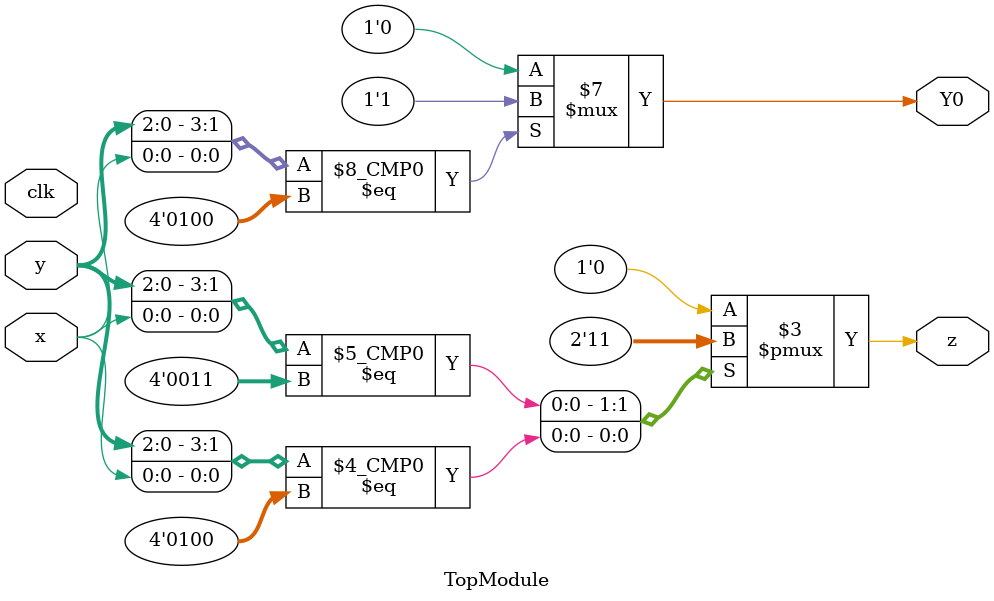
<source format=sv>

module TopModule (
  input clk,
  input x,
  input [2:0] y,
  output reg Y0,
  output reg z
);

always @(*) begin
    case({y, x})
        3'b0000: begin Y0 <= 1'b0; z <= 1'b0; end
        3'b0001: begin Y0 <= 1'b0; z <= 1'b0; end
        3'b0010: begin Y0 <= 1'b0; z <= 1'b0; end
        3'b0011: begin Y0 <= 1'b0; z <= 1'b1; end
        3'b0100: begin Y0 <= 1'b1; z <= 1'b1; end
        default: begin Y0 <= 1'b0; z <= 1'b0; end
    endcase
end

endmodule
/*
The testbench simulated, but had errors. Please fix the module. The output of iverilog is as follows:
VCD info: dumpfile wave.vcd opened for output.
D:/MyVerilogDebugger/Dataset/dataset_verilog-eval-human/Prob134_2014_q3c_test.sv:18: $finish called at 1001 (1ps)
Hint: Output 'Y0' has 49 mismatches. First mismatch occurred at time 45.
Hint: Output 'z' has 55 mismatches. First mismatch occurred at time 10.
Hint: Total mismatched samples is 78 out of 200 samples

Simulation finished at 1001 ps
Mismatches: 78 in 200 samples

*/
/*
Insufficient Understanding of Circuit Concepts: Number and Vector
Misinterpretation of Multimodal Data： Table
*/
</source>
